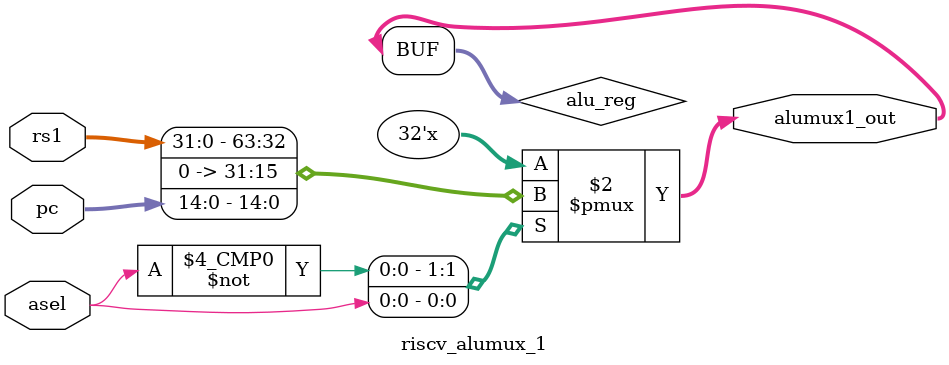
<source format=v>

module riscv_alumux_1 (
	pc,
	rs1,
	asel,
	alumux1_out
);

  //==========================================
  // Parameter
  //==========================================
	parameter DATA_WIDTH = 32;

  //==========================================
  //Define port
  //==========================================
	input [14 : 0]						 pc;
	input [DATA_WIDTH - 1 : 0] rs1;
	input											 asel;
	output [DATA_WIDTH - 1 : 0] alumux1_out;

  //==========================================
  // Internal signal
  //==========================================
	reg [DATA_WIDTH - 1 : 0] alu_reg;

  //==========================================
  // Architecture module
  //==========================================
	always @ (*) begin
		case (asel)
			1'b0: 		alu_reg = rs1;
			1'b1: 		alu_reg = pc;
			default: 	alu_reg = 'hz;
		endcase
	end

  //==========================================
  //output port
  //==========================================
	assign alumux1_out = alu_reg;

endmodule


</source>
